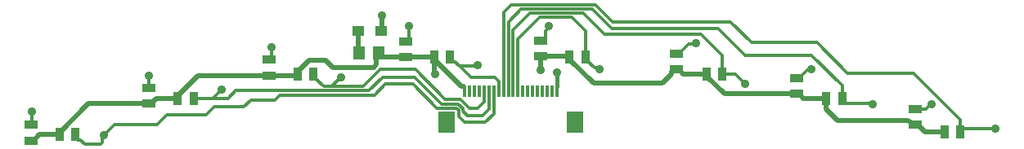
<source format=gbr>
%TF.GenerationSoftware,Altium Limited,Altium Designer,24.7.2 (38)*%
G04 Layer_Physical_Order=1*
G04 Layer_Color=255*
%FSLAX45Y45*%
%MOMM*%
%TF.SameCoordinates,B6918A48-4A74-411C-9F4E-45D1434950E3*%
%TF.FilePolarity,Positive*%
%TF.FileFunction,Copper,L1,Top,Signal*%
%TF.Part,Single*%
G01*
G75*
%TA.AperFunction,SMDPad,CuDef*%
%ADD10R,0.85000X1.35000*%
%ADD11R,1.25000X1.10000*%
%ADD12R,1.35000X0.85000*%
%ADD13R,1.20000X1.45000*%
%ADD14R,1.80000X2.20000*%
%ADD15R,0.30000X1.30000*%
%TA.AperFunction,Conductor*%
%ADD16C,0.30000*%
%ADD17C,0.38100*%
%ADD18C,0.50000*%
%TA.AperFunction,ViaPad*%
%ADD19C,0.90000*%
D10*
X10973999Y5168758D02*
D03*
X10809000D02*
D03*
X13440298Y5801959D02*
D03*
X13275301D02*
D03*
X14852599Y5979160D02*
D03*
X14687601D02*
D03*
X16254678D02*
D03*
X16089680D02*
D03*
X17671999Y5801360D02*
D03*
X17507001D02*
D03*
X18910300Y5547360D02*
D03*
X18745302D02*
D03*
X12031101Y5548361D02*
D03*
X12196100D02*
D03*
X19969501Y5194259D02*
D03*
X20134499D02*
D03*
D11*
X13904919Y6245382D02*
D03*
X14139922D02*
D03*
D12*
X15791180Y6150559D02*
D03*
Y5985561D02*
D03*
X17195799Y6010859D02*
D03*
Y5845861D02*
D03*
X18440401Y5756859D02*
D03*
Y5591861D02*
D03*
X19664600Y5435458D02*
D03*
Y5270459D02*
D03*
X10513700Y5106162D02*
D03*
Y5271160D02*
D03*
X11732600Y5491262D02*
D03*
Y5656260D02*
D03*
X12976799Y5782960D02*
D03*
Y5947959D02*
D03*
X14389101Y5972861D02*
D03*
Y6137859D02*
D03*
D13*
X14112921Y6016782D02*
D03*
X13912921D02*
D03*
D14*
X16146301Y5300000D02*
D03*
X14816302D02*
D03*
D15*
X15956300Y5624998D02*
D03*
X15906297D02*
D03*
X15856300D02*
D03*
X15806297D02*
D03*
X15756300D02*
D03*
X15706297D02*
D03*
X15656300D02*
D03*
X15606297D02*
D03*
X15556300D02*
D03*
X15506299D02*
D03*
X15456300D02*
D03*
X15406299D02*
D03*
X15356302D02*
D03*
X15306299D02*
D03*
X15256302D02*
D03*
X15206299D02*
D03*
X15156302D02*
D03*
X15106299D02*
D03*
X15056302D02*
D03*
X15006300D02*
D03*
D16*
X14389101Y6137859D02*
X14399699D01*
X14427200Y6165359D02*
Y6299200D01*
X14399699Y6137859D02*
X14427200Y6165359D01*
X15127229Y5881629D02*
X15138400Y5892800D01*
X14950130Y5881629D02*
X15127229D01*
X15875000Y6282964D02*
Y6299200D01*
X16324442Y6474600D02*
X16522701Y6276340D01*
X15588120Y6474600D02*
X16324442D01*
X16232520Y6431900D02*
X16451579Y6212840D01*
X15506303Y6255624D02*
X15682581Y6431900D01*
X15843680Y6178059D02*
Y6251644D01*
X15456300Y6342781D02*
X15588120Y6474600D01*
X15843680Y6251644D02*
X15875000Y6282964D01*
X16110120Y6389200D02*
X16254678Y6244641D01*
X15791180Y6150559D02*
X15816180D01*
X15784660Y6389200D02*
X16110120D01*
X15682581Y6431900D02*
X16232520D01*
X15816180Y6150559D02*
X15843680Y6178059D01*
X15556300Y6160841D02*
X15784660Y6389200D01*
X16357600Y6522720D02*
X16535400Y6344920D01*
X15406303Y6442644D02*
X15486380Y6522720D01*
X16357600D01*
X17319859Y6109920D02*
X17387520D01*
X17399001Y6121400D01*
X17195799Y6010859D02*
X17220799D01*
X17319859Y6109920D01*
X18910300Y5522360D02*
X18937801Y5494860D01*
X19219341D01*
X18910300Y5522360D02*
Y5547360D01*
X19219341Y5494860D02*
X19227800Y5486400D01*
X19664600Y5435458D02*
X19777100D01*
X19828041Y5486400D02*
X19837399D01*
X19777100Y5435458D02*
X19828041Y5486400D01*
X20134499Y5204900D02*
Y5329001D01*
Y5194259D02*
Y5204900D01*
X20162000Y5232400D01*
X20497800D01*
X13088620Y5582920D02*
X14071600D01*
X13035280Y5529580D02*
X13088620Y5582920D01*
X14071600D02*
X14183360Y5694680D01*
X11376142Y5278120D02*
X11818620D01*
X11265911Y5167889D02*
X11376142Y5278120D01*
X11818620D02*
X11920220Y5379720D01*
X11254430Y5156408D02*
X11265911Y5167889D01*
X11254430Y5090592D02*
Y5156408D01*
X12329160Y5379720D02*
X12407900Y5458460D01*
X11920220Y5379720D02*
X12329160D01*
X12717780Y5458460D02*
X12788900Y5529580D01*
X12407900Y5458460D02*
X12717780D01*
X12788900Y5529580D02*
X13035280D01*
X12391121Y5548361D02*
X12553681D01*
X12631420Y5626100D02*
X14013181D01*
X12553681Y5548361D02*
X12631420Y5626100D01*
X14013181D02*
X14155420Y5768340D01*
X14488161D01*
X13624561Y5669280D02*
X13954761D01*
X14132561Y5847080D02*
X14493240D01*
X13954761Y5669280D02*
X14132561Y5847080D01*
X14467841Y5694680D02*
X14717520Y5445000D01*
X14183360Y5694680D02*
X14467841D01*
X14488161Y5768340D02*
X14768800Y5487700D01*
X14493240Y5847080D02*
X14803120Y5537200D01*
X14960600D01*
X15052040Y5445760D01*
X15138400D01*
X15206299Y5513659D01*
X14913580Y5487699D02*
X14938487D01*
X14984003Y5417277D02*
Y5442184D01*
X14938487Y5487699D02*
X14984003Y5442184D01*
Y5417277D02*
X15031720Y5369560D01*
X14717520Y5445000D02*
X14920799D01*
X14913580Y5487700D02*
X14913580Y5487699D01*
X14768800Y5487700D02*
X14913580D01*
X14941302Y5355839D02*
Y5424497D01*
X14920799Y5445000D02*
X14941302Y5424497D01*
X15031720Y5369560D02*
X15189200D01*
X15256302Y5436662D01*
X14998701Y5298440D02*
X15217140D01*
X14941302Y5355839D02*
X14998701Y5298440D01*
X15217140D02*
X15306303Y5387604D01*
X15256302Y5436662D02*
Y5624998D01*
X18968719Y5811520D02*
X19651981D01*
X20134499Y5329001D01*
X17970500Y6126480D02*
X18653760D01*
X18968719Y5811520D01*
X18910300Y5547360D02*
Y5679440D01*
X18595340Y5994400D02*
X18910300Y5679440D01*
X17907001Y5994400D02*
X18595340D01*
X16535400Y6344920D02*
X17752060D01*
X17970500Y6126480D01*
X16522701Y6276340D02*
X17625060D01*
X17907001Y5994400D01*
X16451579Y6212840D02*
X17452341D01*
X11070377Y5072380D02*
X11236218D01*
X11254430Y5090592D01*
X11026501Y5116256D02*
X11070377Y5072380D01*
X11001497Y5116256D02*
X11026501D01*
X10973999Y5143759D02*
X11001497Y5116256D01*
X10513700Y5271160D02*
X10521691Y5279151D01*
Y5406649D01*
X11732600Y5656260D02*
X11735811Y5659471D01*
Y5785109D01*
X12391121Y5548361D02*
X12484100Y5641340D01*
X12196100Y5548361D02*
X12391121D01*
X13000731Y5971891D02*
Y6082289D01*
X12976799Y5947959D02*
X13000731Y5971891D01*
X13547980Y5669280D02*
X13624561D01*
X13721080Y5765800D01*
X14950130Y5881629D02*
X15068500Y5763260D01*
X14905101Y5926658D02*
X14950130Y5881629D01*
X16254678Y5954161D02*
X16345200Y5863641D01*
X16254678Y5954161D02*
Y5979160D01*
X16345200Y5863641D02*
X16386758D01*
X16398241Y5852160D01*
X15556300Y5624998D02*
Y6160841D01*
X15506303Y5624998D02*
Y6255624D01*
X15456300Y5624998D02*
Y6342781D01*
X15406303Y5624998D02*
Y6442644D01*
X17807941Y5801360D02*
X17909540Y5699760D01*
X17671999Y5801360D02*
X17807941D01*
X17452341Y6212840D02*
X17671999Y5993181D01*
Y5801360D02*
Y5993181D01*
X18550768Y5842229D02*
X18580328D01*
X18590260Y5852160D01*
X18440401Y5756859D02*
X18465399D01*
X18550768Y5842229D01*
X15206299Y5513659D02*
Y5624998D01*
X15306303Y5387604D02*
Y5624998D01*
X13440298Y5776961D02*
Y5801959D01*
Y5776961D02*
X13547980Y5669280D01*
X15356302Y5624998D02*
Y5723164D01*
X15316200Y5763260D02*
X15356302Y5723164D01*
X15068500Y5763260D02*
X15316200D01*
X10973999Y5143759D02*
Y5168758D01*
X16254678Y5979160D02*
Y6244641D01*
X14852599Y5954161D02*
Y5979160D01*
Y5954161D02*
X14880096Y5926658D01*
X14905101D01*
D17*
X15958820Y5707701D02*
X15960349Y5706173D01*
X15958820Y5707701D02*
Y5819140D01*
X15960349Y5670948D02*
Y5706173D01*
D18*
X14146272Y6251734D02*
Y6409948D01*
X14139922Y6245382D02*
X14146272Y6251734D01*
X13904919Y6024783D02*
Y6245382D01*
Y6024783D02*
X13912921Y6016782D01*
X17195799Y5845861D02*
X17220799D01*
X17170801D02*
X17195799D01*
X19664600Y5270459D02*
X19689597D01*
X19639600D02*
X19664600D01*
X14681302Y5972861D02*
X14690750Y5963412D01*
X13296609Y5844459D02*
X13395749Y5943600D01*
X13566141D02*
X13639799Y5869940D01*
X13395749Y5943600D02*
X13566141D01*
X13639799Y5869940D02*
X14062619D01*
X14091908Y5899230D02*
Y5995770D01*
X14112921Y6016782D01*
X14062619Y5869940D02*
X14091908Y5899230D01*
X14112921Y6013811D02*
X14153871Y5972861D01*
X13275301Y5826959D02*
X13292799Y5844459D01*
X13296609D01*
X13275301Y5801959D02*
Y5826959D01*
X16089680Y5954161D02*
X16341542Y5702300D01*
X17052238D02*
X17147353Y5797413D01*
X16341542Y5702300D02*
X17052238D01*
X17147353Y5822412D02*
X17170801Y5845861D01*
X17147353Y5797413D02*
Y5822412D01*
X18745302Y5438038D02*
X18864433Y5318907D01*
X19593829D01*
X18745302Y5438038D02*
Y5547360D01*
X19616148Y5293909D02*
Y5296589D01*
X19593829Y5318907D02*
X19616148Y5296589D01*
Y5293909D02*
X19639600Y5270459D01*
X14690750Y5951012D02*
X14970811Y5670946D01*
X14690750Y5951012D02*
Y5963412D01*
Y5801970D02*
Y5951012D01*
Y5801970D02*
X14693900Y5798820D01*
X15789651Y5838449D02*
Y5984032D01*
X15791180Y5985561D01*
X10601295Y5168758D02*
X10809000D01*
X10538699Y5106162D02*
X10601295Y5168758D01*
X10513700Y5106162D02*
X10538699D01*
X10809000Y5168758D02*
Y5193756D01*
X11106506Y5491262D02*
X11732600D01*
X10809000Y5193756D02*
X11106506Y5491262D01*
X11757599D02*
X11814698Y5548361D01*
X12031101D01*
X11732600Y5491262D02*
X11757599D01*
X12031101Y5573359D02*
X12240702Y5782960D01*
X12031101Y5548361D02*
Y5573359D01*
X12240702Y5782960D02*
X12976799D01*
X13256300D01*
X13275301Y5801959D01*
X14153871Y5972861D02*
X14389101D01*
X14681302D01*
X14970811Y5670946D02*
X14996159D01*
X16089680Y5954161D02*
Y5979160D01*
X15791180Y5985561D02*
X16083279D01*
X16089680Y5979160D01*
X17265298Y5801360D02*
X17507001D01*
X17220799Y5845861D02*
X17265298Y5801360D01*
X17507001Y5776361D02*
X17691501Y5591861D01*
X18440401D01*
X17507001Y5776361D02*
Y5801360D01*
X18509898Y5547360D02*
X18745302D01*
X18465399Y5591861D02*
X18509898Y5547360D01*
X18440401Y5591861D02*
X18465399D01*
X19689597Y5270459D02*
X19765797Y5194259D01*
X19969501D01*
D19*
X14427200Y6299200D02*
D03*
X15138400Y5892800D02*
D03*
X15875000Y6299200D02*
D03*
X17399001Y6121400D02*
D03*
X19837399Y5486400D02*
D03*
X20497800Y5232400D02*
D03*
X14146272Y6409948D02*
D03*
X14693900Y5798820D02*
D03*
X10521691Y5406649D02*
D03*
X11265911Y5167889D02*
D03*
X11735811Y5785109D02*
D03*
X12484100Y5641340D02*
D03*
X13000731Y6082289D02*
D03*
X13721080Y5765800D02*
D03*
X16398241Y5852160D02*
D03*
X17909540Y5699760D02*
D03*
X18590260Y5852160D02*
D03*
X15789651Y5838449D02*
D03*
X15958820Y5819140D02*
D03*
X19227800Y5486400D02*
D03*
%TF.MD5,29430e2875f999a349015e8f0616a578*%
M02*

</source>
